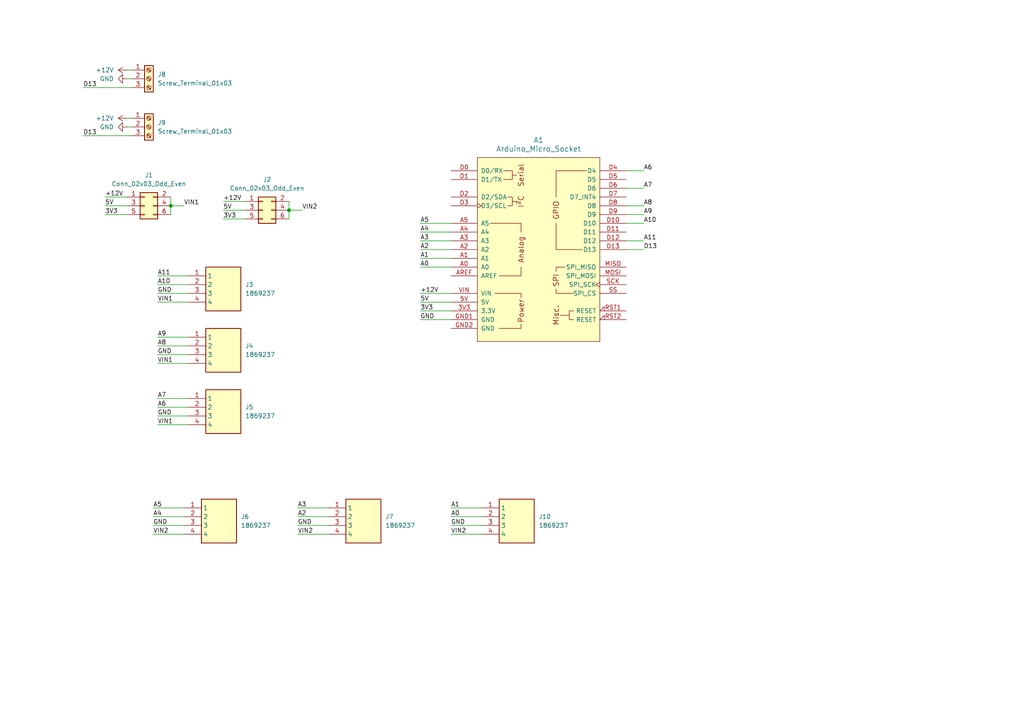
<source format=kicad_sch>
(kicad_sch (version 20231120) (generator "eeschema") (generator_version "8.0")
  (paper "A4")
  (title_block (title "A2SDI12") (date "2024-12-21") (rev "1"))
  (lib_symbols
    (symbol "Connector:Screw_Terminal_01x03" (pin_names (offset 1.016) hide)
      (property "Reference" "J" (at 0 5.08 0))
      (property "Value" "Screw_Terminal_01x03" (at 0 -5.08 0))
      (symbol "Screw_Terminal_01x03_1_1"
        (rectangle (start -1.27 3.81) (end 1.27 -3.81) (stroke (width 0.254)) (fill (type background)))
        (circle (center 0 -2.54) (radius 0.635) (stroke (width 0.1524)))
        (polyline (pts (xy -0.5334 -2.2098) (xy 0.3302 -3.048)) (stroke (width 0.1524)))
        (polyline (pts (xy -0.5334 0.3302) (xy 0.3302 -0.508)) (stroke (width 0.1524)))
        (polyline (pts (xy -0.5334 2.8702) (xy 0.3302 2.032)) (stroke (width 0.1524)))
        (polyline (pts (xy -0.3556 -2.032) (xy 0.508 -2.8702)) (stroke (width 0.1524)))
        (polyline (pts (xy -0.3556 0.508) (xy 0.508 -0.3302)) (stroke (width 0.1524)))
        (polyline (pts (xy -0.3556 3.048) (xy 0.508 2.2098)) (stroke (width 0.1524)))
        (circle (center 0 0) (radius 0.635) (stroke (width 0.1524)))
        (circle (center 0 2.54) (radius 0.635) (stroke (width 0.1524)))
        (pin passive line (at -5.08 2.54 0) (length 3.81) (name "Pin_1") (number "1"))
        (pin passive line (at -5.08 0 0) (length 3.81) (name "Pin_2") (number "2"))
        (pin passive line (at -5.08 -2.54 0) (length 3.81) (name "Pin_3") (number "3"))
      )
    )
    (symbol "Connector_Generic:Conn_02x03_Odd_Even" (pin_names (offset 1.016) hide)
      (property "Reference" "J" (at 1.27 5.08 0))
      (property "Value" "Conn_02x03_Odd_Even" (at 1.27 -5.08 0))
      (symbol "Conn_02x03_Odd_Even_1_1"
        (rectangle (start -1.27 -2.413) (end 0 -2.667) (stroke (width 0.1524)))
        (rectangle (start -1.27 0.127) (end 0 -0.127) (stroke (width 0.1524)))
        (rectangle (start -1.27 2.667) (end 0 2.413) (stroke (width 0.1524)))
        (rectangle (start -1.27 3.81) (end 3.81 -3.81) (stroke (width 0.254)) (fill (type background)))
        (rectangle (start 3.81 -2.413) (end 2.54 -2.667) (stroke (width 0.1524)))
        (rectangle (start 3.81 0.127) (end 2.54 -0.127) (stroke (width 0.1524)))
        (rectangle (start 3.81 2.667) (end 2.54 2.413) (stroke (width 0.1524)))
        (pin passive line (at -5.08 2.54 0) (length 3.81) (name "Pin_1") (number "1"))
        (pin passive line (at 7.62 2.54 180) (length 3.81) (name "Pin_2") (number "2"))
        (pin passive line (at -5.08 0 0) (length 3.81) (name "Pin_3") (number "3"))
        (pin passive line (at 7.62 0 180) (length 3.81) (name "Pin_4") (number "4"))
        (pin passive line (at -5.08 -2.54 0) (length 3.81) (name "Pin_5") (number "5"))
        (pin passive line (at 7.62 -2.54 180) (length 3.81) (name "Pin_6") (number "6"))
      )
    )
    (symbol "PCM_arduino-library:Arduino_Micro_Socket" (pin_names (offset 1.016))
      (property "Reference" "A" (at 0 33.02 0))
      (property "Value" "Arduino_Micro_Socket" (at 0 29.21 0))
      (symbol "Arduino_Micro_Socket_0_0"
        (rectangle (start -17.78 26.67) (end 17.78 -26.67) (fill (type background)))
        (polyline (pts (xy -7.62 13.97) (xy -6.35 13.97)))
        (polyline (pts (xy -7.62 21.59) (xy -6.35 21.59)))
        (polyline (pts (xy 8.89 -19.05) (xy 6.35 -19.05)))
        (polyline (pts (xy -11.43 -22.86) (xy -5.08 -22.86) (xy -5.08 -21.59)))
        (polyline (pts (xy -5.08 -13.97) (xy -5.08 -12.7) (xy -12.7 -12.7)))
        (polyline (pts (xy -5.08 -5.08) (xy -5.08 -7.62) (xy -11.43 -7.62)))
        (polyline (pts (xy -5.08 5.08) (xy -5.08 7.62) (xy -13.97 7.62)))
        (polyline (pts (xy 5.08 -11.43) (xy 5.08 -12.7) (xy 10.16 -12.7)))
        (polyline (pts (xy 5.08 7.62) (xy 5.08 0) (xy 12.7 0)))
        (polyline (pts (xy 7.62 -5.08) (xy 5.08 -5.08) (xy 5.08 -6.35)))
        (polyline (pts (xy 13.97 22.86) (xy 5.08 22.86) (xy 5.08 15.24)))
        (polyline (pts (xy -10.16 22.86) (xy -7.62 22.86) (xy -7.62 20.32) (xy -10.16 20.32)))
        (polyline (pts (xy -8.89 15.24) (xy -7.62 15.24) (xy -7.62 12.7) (xy -8.89 12.7)))
        (text "Analog" (at -5.08 0 900) (effects (font (size 1.524 1.524))))
        (text "I²C" (at -5.08 13.97 900) (effects (font (size 1.524 1.524))))
        (text "Misc." (at 5.08 -19.05 900) (effects (font (size 1.524 1.524))))
        (text "Power" (at -5.08 -17.78 900) (effects (font (size 1.524 1.524))))
        (text "Serial" (at -5.08 21.59 900) (effects (font (size 1.524 1.524))))
        (text "SPI" (at 5.08 -8.89 900) (effects (font (size 1.524 1.524))))
      )
      (symbol "Arduino_Micro_Socket_0_1"
        (polyline (pts (xy 10.16 -17.78) (xy 8.89 -17.78) (xy 8.89 -20.32) (xy 10.16 -20.32)))
      )
      (symbol "Arduino_Micro_Socket_1_0"
        (text "GPIO" (at 5.08 11.43 900) (effects (font (size 1.524 1.524))))
      )
      (symbol "Arduino_Micro_Socket_1_1"
        (pin power_out line (at -25.4 -17.78 0) (length 7.62) (name "3.3V") (number "3V3"))
        (pin power_in line (at -25.4 -15.24 0) (length 7.62) (name "5V") (number "5V"))
        (pin bidirectional line (at -25.4 -5.08 0) (length 7.62) (name "A0") (number "A0"))
        (pin bidirectional line (at -25.4 -2.54 0) (length 7.62) (name "A1") (number "A1"))
        (pin bidirectional line (at -25.4 0 0) (length 7.62) (name "A2") (number "A2"))
        (pin bidirectional line (at -25.4 2.54 0) (length 7.62) (name "A3") (number "A3"))
        (pin bidirectional line (at -25.4 5.08 0) (length 7.62) (name "A4") (number "A4"))
        (pin bidirectional line (at -25.4 7.62 0) (length 7.62) (name "A5") (number "A5"))
        (pin input line (at -25.4 -7.62 0) (length 7.62) (name "AREF") (number "AREF"))
        (pin bidirectional line (at -25.4 22.86 0) (length 7.62) (name "D0/RX") (number "D0"))
        (pin bidirectional line (at -25.4 20.32 0) (length 7.62) (name "D1/TX") (number "D1"))
        (pin bidirectional line (at 25.4 7.62 180) (length 7.62) (name "D10") (number "D10"))
        (pin bidirectional line (at 25.4 5.08 180) (length 7.62) (name "D11") (number "D11"))
        (pin bidirectional line (at 25.4 2.54 180) (length 7.62) (name "D12") (number "D12"))
        (pin bidirectional line (at 25.4 0 180) (length 7.62) (name "D13") (number "D13"))
        (pin bidirectional line (at -25.4 15.24 0) (length 7.62) (name "D2/SDA") (number "D2"))
        (pin bidirectional clock (at -25.4 12.7 0) (length 7.62) (name "D3/SCL") (number "D3"))
        (pin bidirectional line (at 25.4 22.86 180) (length 7.62) (name "D4") (number "D4"))
        (pin bidirectional line (at 25.4 20.32 180) (length 7.62) (name "D5") (number "D5"))
        (pin bidirectional line (at 25.4 17.78 180) (length 7.62) (name "D6") (number "D6"))
        (pin bidirectional line (at 25.4 15.24 180) (length 7.62) (name "D7_INT4") (number "D7"))
        (pin bidirectional line (at 25.4 12.7 180) (length 7.62) (name "D8") (number "D8"))
        (pin bidirectional line (at 25.4 10.16 180) (length 7.62) (name "D9") (number "D9"))
        (pin power_in line (at -25.4 -20.32 0) (length 7.62) (name "GND") (number "GND1"))
        (pin power_in line (at -25.4 -22.86 0) (length 7.62) (name "GND") (number "GND2"))
        (pin input line (at 25.4 -5.08 180) (length 7.62) (name "SPI_MISO") (number "MISO"))
        (pin output line (at 25.4 -7.62 180) (length 7.62) (name "SPI_MOSI") (number "MOSI"))
        (pin open_collector input_low (at 25.4 -17.78 180) (length 7.62) (name "RESET") (number "RST1"))
        (pin open_collector input_low (at 25.4 -20.32 180) (length 7.62) (name "RESET") (number "RST2"))
        (pin output clock (at 25.4 -10.16 180) (length 7.62) (name "SPI_SCK") (number "SCK"))
        (pin bidirectional line (at 25.4 -12.7 180) (length 7.62) (name "SPI_CS") (number "SS"))
        (pin power_in line (at -25.4 -12.7 0) (length 7.62) (name "VIN") (number "VIN"))
      )
    )
    (symbol "PheonixContact:1869237"
      (property "Reference" "J" (at 16.51 7.62 0))
      (property "Value" "1869237" (at 16.51 5.08 0))
      (symbol "1869237_1_1"
        (rectangle (start 5.08 2.54) (end 15.24 -10.16) (stroke (width 0.254)) (fill (type background)))
        (pin passive line (at 0 0 0) (length 5.08) (name "1") (number "1"))
        (pin passive line (at 0 -2.54 0) (length 5.08) (name "2") (number "2"))
        (pin passive line (at 0 -5.08 0) (length 5.08) (name "3") (number "3"))
        (pin passive line (at 0 -7.62 0) (length 5.08) (name "4") (number "4"))
      )
    )
    (symbol "power:+12V" (power) (pin_numbers hide) (pin_names (offset 0) hide)
      (property "Value" "+12V" (at 0 3.556 0))
      (symbol "+12V_0_1"
        (polyline (pts (xy -0.762 1.27) (xy 0 2.54)))
        (polyline (pts (xy 0 0) (xy 0 2.54)))
        (polyline (pts (xy 0 2.54) (xy 0.762 1.27)))
      )
      (symbol "+12V_1_1"
        (pin power_in line (at 0 0 90) (length 0) (name "~") (number "1"))
      )
    )
    (symbol "power:GND" (power) (pin_numbers hide) (pin_names (offset 0) hide)
      (property "Value" "GND" (at 0 -3.81 0))
      (symbol "GND_0_1"
        (polyline (pts (xy 0 0) (xy 0 -1.27) (xy 1.27 -1.27) (xy 0 -2.54) (xy -1.27 -1.27) (xy 0 -1.27)))
      )
      (symbol "GND_1_1"
        (pin power_in line (at 0 0 270) (length 0) (name "~") (number "1"))
      )
    )
  )
  (junction (at 49.53 59.69))
  (junction (at 83.82 60.96))
  (wire (pts (xy 64.77 63.5) (xy 71.12 63.5)))
  (wire (pts (xy 45.72 85.09) (xy 54.61 85.09)))
  (wire (pts (xy 121.92 90.17) (xy 130.81 90.17)))
  (wire (pts (xy 181.61 49.53) (xy 186.69 49.53)))
  (wire (pts (xy 45.72 82.55) (xy 54.61 82.55)))
  (wire (pts (xy 45.72 100.33) (xy 54.61 100.33)))
  (wire (pts (xy 181.61 62.23) (xy 186.69 62.23)))
  (wire (pts (xy 121.92 92.71) (xy 130.81 92.71)))
  (wire (pts (xy 181.61 54.61) (xy 186.69 54.61)))
  (wire (pts (xy 45.72 115.57) (xy 54.61 115.57)))
  (wire (pts (xy 86.36 152.4) (xy 95.25 152.4)))
  (wire (pts (xy 130.81 154.94) (xy 139.7 154.94)))
  (wire (pts (xy 83.82 60.96) (xy 87.63 60.96)))
  (wire (pts (xy 49.53 59.69) (xy 49.53 62.23)))
  (wire (pts (xy 121.92 72.39) (xy 130.81 72.39)))
  (wire (pts (xy 86.36 154.94) (xy 95.25 154.94)))
  (wire (pts (xy 121.92 74.93) (xy 130.81 74.93)))
  (wire (pts (xy 45.72 102.87) (xy 54.61 102.87)))
  (wire (pts (xy 45.72 120.65) (xy 54.61 120.65)))
  (wire (pts (xy 181.61 69.85) (xy 186.69 69.85)))
  (wire (pts (xy 45.72 105.41) (xy 54.61 105.41)))
  (wire (pts (xy 44.45 152.4) (xy 53.34 152.4)))
  (wire (pts (xy 24.13 25.4) (xy 38.1 25.4)))
  (wire (pts (xy 45.72 123.19) (xy 54.61 123.19)))
  (wire (pts (xy 130.81 152.4) (xy 139.7 152.4)))
  (wire (pts (xy 181.61 59.69) (xy 186.69 59.69)))
  (wire (pts (xy 24.13 39.37) (xy 38.1 39.37)))
  (wire (pts (xy 49.53 59.69) (xy 53.34 59.69)))
  (wire (pts (xy 86.36 147.32) (xy 95.25 147.32)))
  (wire (pts (xy 121.92 87.63) (xy 130.81 87.63)))
  (wire (pts (xy 121.92 67.31) (xy 130.81 67.31)))
  (wire (pts (xy 36.83 36.83) (xy 38.1 36.83)))
  (wire (pts (xy 49.53 57.15) (xy 49.53 59.69)))
  (wire (pts (xy 30.48 57.15) (xy 36.83 57.15)))
  (wire (pts (xy 45.72 118.11) (xy 54.61 118.11)))
  (wire (pts (xy 45.72 87.63) (xy 54.61 87.63)))
  (wire (pts (xy 121.92 85.09) (xy 130.81 85.09)))
  (wire (pts (xy 121.92 69.85) (xy 130.81 69.85)))
  (wire (pts (xy 121.92 77.47) (xy 130.81 77.47)))
  (wire (pts (xy 130.81 147.32) (xy 139.7 147.32)))
  (wire (pts (xy 30.48 59.69) (xy 36.83 59.69)))
  (wire (pts (xy 44.45 149.86) (xy 53.34 149.86)))
  (wire (pts (xy 64.77 60.96) (xy 71.12 60.96)))
  (wire (pts (xy 45.72 97.79) (xy 54.61 97.79)))
  (wire (pts (xy 181.61 64.77) (xy 186.69 64.77)))
  (wire (pts (xy 64.77 58.42) (xy 71.12 58.42)))
  (wire (pts (xy 83.82 58.42) (xy 83.82 60.96)))
  (wire (pts (xy 121.92 64.77) (xy 130.81 64.77)))
  (wire (pts (xy 30.48 62.23) (xy 36.83 62.23)))
  (wire (pts (xy 45.72 80.01) (xy 54.61 80.01)))
  (wire (pts (xy 36.83 34.29) (xy 38.1 34.29)))
  (wire (pts (xy 44.45 147.32) (xy 53.34 147.32)))
  (wire (pts (xy 36.83 20.32) (xy 38.1 20.32)))
  (wire (pts (xy 130.81 149.86) (xy 139.7 149.86)))
  (wire (pts (xy 181.61 72.39) (xy 186.69 72.39)))
  (wire (pts (xy 36.83 22.86) (xy 38.1 22.86)))
  (wire (pts (xy 83.82 60.96) (xy 83.82 63.5)))
  (wire (pts (xy 86.36 149.86) (xy 95.25 149.86)))
  (wire (pts (xy 44.45 154.94) (xy 53.34 154.94)))
  (label "VIN1" (at 45.72 105.41 0))
  (label "A10" (at 186.69 64.77 0))
  (label "VIN2" (at 87.63 60.96 0))
  (label "3V3" (at 121.92 90.17 0))
  (label "5V" (at 30.48 59.69 0))
  (label "VIN2" (at 130.81 154.94 0))
  (label "A5" (at 121.92 64.77 0))
  (label "A2" (at 121.92 72.39 0))
  (label "GND" (at 130.81 152.4 0))
  (label "D13" (at 186.69 72.39 0))
  (label "A7" (at 45.72 115.57 0))
  (label "GND" (at 45.72 102.87 0))
  (label "A0" (at 130.81 149.86 0))
  (label "+12V" (at 121.92 85.09 0))
  (label "A0" (at 121.92 77.47 0))
  (label "A11" (at 45.72 80.01 0))
  (label "D13" (at 24.13 25.4 0))
  (label "VIN1" (at 53.34 59.69 0))
  (label "GND" (at 45.72 85.09 0))
  (label "3V3" (at 64.77 63.5 0))
  (label "VIN1" (at 45.72 123.19 0))
  (label "VIN2" (at 86.36 154.94 0))
  (label "A1" (at 130.81 147.32 0))
  (label "A9" (at 45.72 97.79 0))
  (label "D13" (at 24.13 39.37 0))
  (label "+12V" (at 30.48 57.15 0))
  (label "A2" (at 86.36 149.86 0))
  (label "A11" (at 186.69 69.85 0))
  (label "A5" (at 44.45 147.32 0))
  (label "VIN2" (at 44.45 154.94 0))
  (label "A6" (at 45.72 118.11 0))
  (label "A4" (at 44.45 149.86 0))
  (label "GND" (at 44.45 152.4 0))
  (label "+12V" (at 64.77 58.42 0))
  (label "GND" (at 121.92 92.71 0))
  (label "A4" (at 121.92 67.31 0))
  (label "A8" (at 186.69 59.69 0))
  (label "GND" (at 86.36 152.4 0))
  (label "A10" (at 45.72 82.55 0))
  (label "A1" (at 121.92 74.93 0))
  (label "GND" (at 45.72 120.65 0))
  (label "5V" (at 121.92 87.63 0))
  (label "5V" (at 64.77 60.96 0))
  (label "VIN1" (at 45.72 87.63 0))
  (label "A3" (at 121.92 69.85 0))
  (label "3V3" (at 30.48 62.23 0))
  (label "A8" (at 45.72 100.33 0))
  (label "A3" (at 86.36 147.32 0))
  (label "A6" (at 186.69 49.53 0))
  (label "A9" (at 186.69 62.23 0))
  (label "A7" (at 186.69 54.61 0))
  (symbol (lib_id "PheonixContact:1869237") (at 53.34 147.32 0) (unit 1)
    (property "Reference" "J6" (at 69.85 149.8599 0) (effects (justify left)))
    (property "Value" "1869237" (at 69.85 152.3999 0) (effects (justify left)))
    (property "Footprint" "footprints:SMKDSN_15_4_508" (effects (hide yes)))
    (property "Datasheet" "http://www.phoenixcontact.com/de/produkte/1869237/pdf" (effects (hide yes)))
    (property "Description" "PCB terminal block, nominal current: 13.5 A, rated voltage (III/2): 400 V, nominal cross section: 1.5 mm?, Number of potentials: 4, Number of rows: 1, Number of positions per row: 4, product range: SMKDSN 1,5, pitch: 5.08 mm, connection method: Screw connection with tension sleeve, mounting: Wave soldering, conductor/PCB connection direction: 45 ?, color: green, Pin layout: Linear pinning, Solder pin [P]: 3.5 mm, type of packaging: packed in cardboard" (effects (hide yes)))
    (property "Height" "11.15" (effects (hide yes)))
    (property "Manufacturer_Name" "Phoenix Contact" (effects (hide yes)))
    (property "Manufacturer_Part_Number" "1869237" (effects (hide yes)))
    (property "Mouser Part Number" "651-1869237" (effects (hide yes)))
    (property "Mouser Price/Stock" "https://www.mouser.co.uk/ProductDetail/Phoenix-Contact/1869237?qs=8M15sSGRUn9rCp2zUK%2Fgyw%3D%3D" (effects (hide yes)))
    (property "Arrow Part Number" "1869237" (effects (hide yes)))
    (property "Arrow Price/Stock" "https://www.arrow.com/en/products/1869237/phoenix-contact" (effects (hide yes)))
    (property "MPN" "1869237" (effects (hide yes)))
  )
  (symbol (lib_id "Connector_Generic:Conn_02x03_Odd_Even") (at 41.91 59.69 0) (unit 1)
    (property "Reference" "J1" (at 43.18 50.8 0))
    (property "Value" "Conn_02x03_Odd_Even" (at 43.18 53.34 0))
    (property "Footprint" "Connector_PinHeader_2.54mm:PinHeader_2x03_P2.54mm_Vertical" (effects (hide yes)))
    (property "Description" "Generic connector, double row, 02x03, odd/even pin numbering scheme (row 1 odd numbers, row 2 even numbers), script generated (kicad-library-utils/schlib/autogen/connector/)" (effects (hide yes)))
  )
  (symbol (lib_id "power:+12V") (at 36.83 20.32 90) (unit 1)
    (property "Reference" "#PWR01" (effects (hide yes)))
    (property "Value" "+12V" (at 33.02 20.3199 90) (effects (justify left)))
    (property "Description" "Power symbol creates a global label with name \"+12V\"" (effects (hide yes)))
  )
  (symbol (lib_id "PheonixContact:1869237") (at 139.7 147.32 0) (unit 1)
    (property "Reference" "J10" (at 156.21 149.8599 0) (effects (justify left)))
    (property "Value" "1869237" (at 156.21 152.3999 0) (effects (justify left)))
    (property "Footprint" "footprints:SMKDSN_15_4_508" (effects (hide yes)))
    (property "Datasheet" "http://www.phoenixcontact.com/de/produkte/1869237/pdf" (effects (hide yes)))
    (property "Description" "PCB terminal block, nominal current: 13.5 A, rated voltage (III/2): 400 V, nominal cross section: 1.5 mm?, Number of potentials: 4, Number of rows: 1, Number of positions per row: 4, product range: SMKDSN 1,5, pitch: 5.08 mm, connection method: Screw connection with tension sleeve, mounting: Wave soldering, conductor/PCB connection direction: 45 ?, color: green, Pin layout: Linear pinning, Solder pin [P]: 3.5 mm, type of packaging: packed in cardboard" (effects (hide yes)))
    (property "Height" "11.15" (effects (hide yes)))
    (property "Manufacturer_Name" "Phoenix Contact" (effects (hide yes)))
    (property "Manufacturer_Part_Number" "1869237" (effects (hide yes)))
    (property "Mouser Part Number" "651-1869237" (effects (hide yes)))
    (property "Mouser Price/Stock" "https://www.mouser.co.uk/ProductDetail/Phoenix-Contact/1869237?qs=8M15sSGRUn9rCp2zUK%2Fgyw%3D%3D" (effects (hide yes)))
    (property "Arrow Part Number" "1869237" (effects (hide yes)))
    (property "Arrow Price/Stock" "https://www.arrow.com/en/products/1869237/phoenix-contact" (effects (hide yes)))
    (property "MPN" "1869237" (effects (hide yes)))
  )
  (symbol (lib_id "PheonixContact:1869237") (at 95.25 147.32 0) (unit 1)
    (property "Reference" "J7" (at 111.76 149.8599 0) (effects (justify left)))
    (property "Value" "1869237" (at 111.76 152.3999 0) (effects (justify left)))
    (property "Footprint" "footprints:SMKDSN_15_4_508" (effects (hide yes)))
    (property "Datasheet" "http://www.phoenixcontact.com/de/produkte/1869237/pdf" (effects (hide yes)))
    (property "Description" "PCB terminal block, nominal current: 13.5 A, rated voltage (III/2): 400 V, nominal cross section: 1.5 mm?, Number of potentials: 4, Number of rows: 1, Number of positions per row: 4, product range: SMKDSN 1,5, pitch: 5.08 mm, connection method: Screw connection with tension sleeve, mounting: Wave soldering, conductor/PCB connection direction: 45 ?, color: green, Pin layout: Linear pinning, Solder pin [P]: 3.5 mm, type of packaging: packed in cardboard" (effects (hide yes)))
    (property "Height" "11.15" (effects (hide yes)))
    (property "Manufacturer_Name" "Phoenix Contact" (effects (hide yes)))
    (property "Manufacturer_Part_Number" "1869237" (effects (hide yes)))
    (property "Mouser Part Number" "651-1869237" (effects (hide yes)))
    (property "Mouser Price/Stock" "https://www.mouser.co.uk/ProductDetail/Phoenix-Contact/1869237?qs=8M15sSGRUn9rCp2zUK%2Fgyw%3D%3D" (effects (hide yes)))
    (property "Arrow Part Number" "1869237" (effects (hide yes)))
    (property "Arrow Price/Stock" "https://www.arrow.com/en/products/1869237/phoenix-contact" (effects (hide yes)))
    (property "MPN" "1869237" (effects (hide yes)))
  )
  (symbol (lib_id "PheonixContact:1869237") (at 54.61 97.79 0) (unit 1)
    (property "Reference" "J4" (at 71.12 100.3299 0) (effects (justify left)))
    (property "Value" "1869237" (at 71.12 102.8699 0) (effects (justify left)))
    (property "Footprint" "footprints:SMKDSN_15_4_508" (effects (hide yes)))
    (property "Datasheet" "http://www.phoenixcontact.com/de/produkte/1869237/pdf" (effects (hide yes)))
    (property "Description" "PCB terminal block, nominal current: 13.5 A, rated voltage (III/2): 400 V, nominal cross section: 1.5 mm?, Number of potentials: 4, Number of rows: 1, Number of positions per row: 4, product range: SMKDSN 1,5, pitch: 5.08 mm, connection method: Screw connection with tension sleeve, mounting: Wave soldering, conductor/PCB connection direction: 45 ?, color: green, Pin layout: Linear pinning, Solder pin [P]: 3.5 mm, type of packaging: packed in cardboard" (effects (hide yes)))
    (property "Height" "11.15" (effects (hide yes)))
    (property "Manufacturer_Name" "Phoenix Contact" (effects (hide yes)))
    (property "Manufacturer_Part_Number" "1869237" (effects (hide yes)))
    (property "Mouser Part Number" "651-1869237" (effects (hide yes)))
    (property "Mouser Price/Stock" "https://www.mouser.co.uk/ProductDetail/Phoenix-Contact/1869237?qs=8M15sSGRUn9rCp2zUK%2Fgyw%3D%3D" (effects (hide yes)))
    (property "Arrow Part Number" "1869237" (effects (hide yes)))
    (property "Arrow Price/Stock" "https://www.arrow.com/en/products/1869237/phoenix-contact" (effects (hide yes)))
    (property "MPN" "1869237" (effects (hide yes)))
  )
  (symbol (lib_id "PCM_arduino-library:Arduino_Micro_Socket") (at 156.21 72.39 0) (unit 1)
    (property "Reference" "A1" (at 156.21 40.64 0) (effects (font (size 1.524 1.524))))
    (property "Value" "Arduino_Micro_Socket" (at 156.21 43.18 0) (effects (font (size 1.524 1.524))))
    (property "Footprint" "PCM_arduino-library:Arduino_Micro_Socket" (effects (hide yes)))
    (property "Datasheet" "https://docs.arduino.cc/hardware/micro" (effects (hide yes)))
    (property "Description" "Socket for Arduino Micro" (effects (hide yes)))
  )
  (symbol (lib_id "power:+12V") (at 36.83 34.29 90) (unit 1)
    (property "Reference" "#PWR03" (effects (hide yes)))
    (property "Value" "+12V" (at 33.02 34.2899 90) (effects (justify left)))
    (property "Description" "Power symbol creates a global label with name \"+12V\"" (effects (hide yes)))
  )
  (symbol (lib_id "power:GND") (at 36.83 36.83 270) (unit 1)
    (property "Reference" "#PWR04" (effects (hide yes)))
    (property "Value" "GND" (at 33.02 36.8299 90) (effects (justify right)))
    (property "Description" "Power symbol creates a global label with name \"GND\" , ground" (effects (hide yes)))
  )
  (symbol (lib_id "Connector_Generic:Conn_02x03_Odd_Even") (at 76.2 60.96 0) (unit 1)
    (property "Reference" "J2" (at 77.47 52.07 0))
    (property "Value" "Conn_02x03_Odd_Even" (at 77.47 54.61 0))
    (property "Footprint" "Connector_PinHeader_2.54mm:PinHeader_2x03_P2.54mm_Vertical" (effects (hide yes)))
    (property "Description" "Generic connector, double row, 02x03, odd/even pin numbering scheme (row 1 odd numbers, row 2 even numbers), script generated (kicad-library-utils/schlib/autogen/connector/)" (effects (hide yes)))
  )
  (symbol (lib_id "PheonixContact:1869237") (at 54.61 115.57 0) (unit 1)
    (property "Reference" "J5" (at 71.12 118.1099 0) (effects (justify left)))
    (property "Value" "1869237" (at 71.12 120.6499 0) (effects (justify left)))
    (property "Footprint" "footprints:SMKDSN_15_4_508" (effects (hide yes)))
    (property "Datasheet" "http://www.phoenixcontact.com/de/produkte/1869237/pdf" (effects (hide yes)))
    (property "Description" "PCB terminal block, nominal current: 13.5 A, rated voltage (III/2): 400 V, nominal cross section: 1.5 mm?, Number of potentials: 4, Number of rows: 1, Number of positions per row: 4, product range: SMKDSN 1,5, pitch: 5.08 mm, connection method: Screw connection with tension sleeve, mounting: Wave soldering, conductor/PCB connection direction: 45 ?, color: green, Pin layout: Linear pinning, Solder pin [P]: 3.5 mm, type of packaging: packed in cardboard" (effects (hide yes)))
    (property "Height" "11.15" (effects (hide yes)))
    (property "Manufacturer_Name" "Phoenix Contact" (effects (hide yes)))
    (property "Manufacturer_Part_Number" "1869237" (effects (hide yes)))
    (property "Mouser Part Number" "651-1869237" (effects (hide yes)))
    (property "Mouser Price/Stock" "https://www.mouser.co.uk/ProductDetail/Phoenix-Contact/1869237?qs=8M15sSGRUn9rCp2zUK%2Fgyw%3D%3D" (effects (hide yes)))
    (property "Arrow Part Number" "1869237" (effects (hide yes)))
    (property "Arrow Price/Stock" "https://www.arrow.com/en/products/1869237/phoenix-contact" (effects (hide yes)))
    (property "MPN" "1869237" (effects (hide yes)))
  )
  (symbol (lib_id "Connector:Screw_Terminal_01x03") (at 43.18 22.86 0) (unit 1)
    (property "Reference" "J8" (at 45.72 21.5899 0) (effects (justify left)))
    (property "Value" "Screw_Terminal_01x03" (at 45.72 24.1299 0) (effects (justify left)))
    (property "Footprint" "TerminalBlock_Phoenix:TerminalBlock_Phoenix_MKDS-1,5-3-5.08_1x03_P5.08mm_Horizontal" (effects (hide yes)))
    (property "Description" "Generic screw terminal, single row, 01x03, script generated (kicad-library-utils/schlib/autogen/connector/)" (effects (hide yes)))
  )
  (symbol (lib_id "power:GND") (at 36.83 22.86 270) (unit 1)
    (property "Reference" "#PWR02" (effects (hide yes)))
    (property "Value" "GND" (at 33.02 22.8599 90) (effects (justify right)))
    (property "Description" "Power symbol creates a global label with name \"GND\" , ground" (effects (hide yes)))
  )
  (symbol (lib_id "PheonixContact:1869237") (at 54.61 80.01 0) (unit 1)
    (property "Reference" "J3" (at 71.12 82.5499 0) (effects (justify left)))
    (property "Value" "1869237" (at 71.12 85.0899 0) (effects (justify left)))
    (property "Footprint" "footprints:SMKDSN_15_4_508" (effects (hide yes)))
    (property "Datasheet" "http://www.phoenixcontact.com/de/produkte/1869237/pdf" (effects (hide yes)))
    (property "Description" "PCB terminal block, nominal current: 13.5 A, rated voltage (III/2): 400 V, nominal cross section: 1.5 mm?, Number of potentials: 4, Number of rows: 1, Number of positions per row: 4, product range: SMKDSN 1,5, pitch: 5.08 mm, connection method: Screw connection with tension sleeve, mounting: Wave soldering, conductor/PCB connection direction: 45 ?, color: green, Pin layout: Linear pinning, Solder pin [P]: 3.5 mm, type of packaging: packed in cardboard" (effects (hide yes)))
    (property "Height" "11.15" (effects (hide yes)))
    (property "Manufacturer_Name" "Phoenix Contact" (effects (hide yes)))
    (property "Manufacturer_Part_Number" "1869237" (effects (hide yes)))
    (property "Mouser Part Number" "651-1869237" (effects (hide yes)))
    (property "Mouser Price/Stock" "https://www.mouser.co.uk/ProductDetail/Phoenix-Contact/1869237?qs=8M15sSGRUn9rCp2zUK%2Fgyw%3D%3D" (effects (hide yes)))
    (property "Arrow Part Number" "1869237" (effects (hide yes)))
    (property "Arrow Price/Stock" "https://www.arrow.com/en/products/1869237/phoenix-contact" (effects (hide yes)))
    (property "MPN" "1869237" (effects (hide yes)))
  )
  (symbol (lib_id "Connector:Screw_Terminal_01x03") (at 43.18 36.83 0) (unit 1)
    (property "Reference" "J9" (at 45.72 35.5599 0) (effects (justify left)))
    (property "Value" "Screw_Terminal_01x03" (at 45.72 38.0999 0) (effects (justify left)))
    (property "Footprint" "TerminalBlock_Phoenix:TerminalBlock_Phoenix_MKDS-1,5-3-5.08_1x03_P5.08mm_Horizontal" (effects (hide yes)))
    (property "Description" "Generic screw terminal, single row, 01x03, script generated (kicad-library-utils/schlib/autogen/connector/)" (effects (hide yes)))
  )
)
</source>
